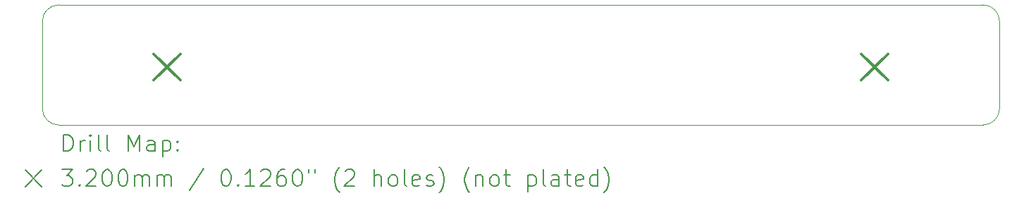
<source format=gbr>
%TF.GenerationSoftware,KiCad,Pcbnew,8.0.6*%
%TF.CreationDate,2024-12-03T13:54:24-05:00*%
%TF.ProjectId,UFC_Function Select,5546435f-4675-46e6-9374-696f6e205365,rev?*%
%TF.SameCoordinates,Original*%
%TF.FileFunction,Drillmap*%
%TF.FilePolarity,Positive*%
%FSLAX45Y45*%
G04 Gerber Fmt 4.5, Leading zero omitted, Abs format (unit mm)*
G04 Created by KiCad (PCBNEW 8.0.6) date 2024-12-03 13:54:24*
%MOMM*%
%LPD*%
G01*
G04 APERTURE LIST*
%ADD10C,0.100000*%
%ADD11C,0.200000*%
%ADD12C,0.320000*%
G04 APERTURE END LIST*
D10*
X9100550Y-9572140D02*
X9100550Y-8522140D01*
X9100550Y-8522140D02*
G75*
G02*
X9300550Y-8322140I200000J0D01*
G01*
X20600550Y-9572140D02*
G75*
G02*
X20400550Y-9772140I-200000J0D01*
G01*
X9300550Y-8322140D02*
X20400550Y-8322140D01*
X20400550Y-9772140D02*
X9300550Y-9772140D01*
X9300550Y-9772140D02*
G75*
G02*
X9100550Y-9572140I0J200000D01*
G01*
X20600550Y-8522140D02*
X20600550Y-9572140D01*
X20400550Y-8322140D02*
G75*
G02*
X20600550Y-8522140I0J-200000D01*
G01*
D11*
D12*
X10440550Y-8912140D02*
X10760550Y-9232140D01*
X10760550Y-8912140D02*
X10440550Y-9232140D01*
X18940550Y-8912140D02*
X19260550Y-9232140D01*
X19260550Y-8912140D02*
X18940550Y-9232140D01*
D11*
X9356327Y-10088624D02*
X9356327Y-9888624D01*
X9356327Y-9888624D02*
X9403946Y-9888624D01*
X9403946Y-9888624D02*
X9432517Y-9898147D01*
X9432517Y-9898147D02*
X9451565Y-9917195D01*
X9451565Y-9917195D02*
X9461089Y-9936243D01*
X9461089Y-9936243D02*
X9470612Y-9974338D01*
X9470612Y-9974338D02*
X9470612Y-10002909D01*
X9470612Y-10002909D02*
X9461089Y-10041005D01*
X9461089Y-10041005D02*
X9451565Y-10060052D01*
X9451565Y-10060052D02*
X9432517Y-10079100D01*
X9432517Y-10079100D02*
X9403946Y-10088624D01*
X9403946Y-10088624D02*
X9356327Y-10088624D01*
X9556327Y-10088624D02*
X9556327Y-9955290D01*
X9556327Y-9993386D02*
X9565850Y-9974338D01*
X9565850Y-9974338D02*
X9575374Y-9964814D01*
X9575374Y-9964814D02*
X9594422Y-9955290D01*
X9594422Y-9955290D02*
X9613470Y-9955290D01*
X9680136Y-10088624D02*
X9680136Y-9955290D01*
X9680136Y-9888624D02*
X9670612Y-9898147D01*
X9670612Y-9898147D02*
X9680136Y-9907671D01*
X9680136Y-9907671D02*
X9689660Y-9898147D01*
X9689660Y-9898147D02*
X9680136Y-9888624D01*
X9680136Y-9888624D02*
X9680136Y-9907671D01*
X9803946Y-10088624D02*
X9784898Y-10079100D01*
X9784898Y-10079100D02*
X9775374Y-10060052D01*
X9775374Y-10060052D02*
X9775374Y-9888624D01*
X9908708Y-10088624D02*
X9889660Y-10079100D01*
X9889660Y-10079100D02*
X9880136Y-10060052D01*
X9880136Y-10060052D02*
X9880136Y-9888624D01*
X10137279Y-10088624D02*
X10137279Y-9888624D01*
X10137279Y-9888624D02*
X10203946Y-10031481D01*
X10203946Y-10031481D02*
X10270612Y-9888624D01*
X10270612Y-9888624D02*
X10270612Y-10088624D01*
X10451565Y-10088624D02*
X10451565Y-9983862D01*
X10451565Y-9983862D02*
X10442041Y-9964814D01*
X10442041Y-9964814D02*
X10422993Y-9955290D01*
X10422993Y-9955290D02*
X10384898Y-9955290D01*
X10384898Y-9955290D02*
X10365850Y-9964814D01*
X10451565Y-10079100D02*
X10432517Y-10088624D01*
X10432517Y-10088624D02*
X10384898Y-10088624D01*
X10384898Y-10088624D02*
X10365850Y-10079100D01*
X10365850Y-10079100D02*
X10356327Y-10060052D01*
X10356327Y-10060052D02*
X10356327Y-10041005D01*
X10356327Y-10041005D02*
X10365850Y-10021957D01*
X10365850Y-10021957D02*
X10384898Y-10012433D01*
X10384898Y-10012433D02*
X10432517Y-10012433D01*
X10432517Y-10012433D02*
X10451565Y-10002909D01*
X10546803Y-9955290D02*
X10546803Y-10155290D01*
X10546803Y-9964814D02*
X10565850Y-9955290D01*
X10565850Y-9955290D02*
X10603946Y-9955290D01*
X10603946Y-9955290D02*
X10622993Y-9964814D01*
X10622993Y-9964814D02*
X10632517Y-9974338D01*
X10632517Y-9974338D02*
X10642041Y-9993386D01*
X10642041Y-9993386D02*
X10642041Y-10050528D01*
X10642041Y-10050528D02*
X10632517Y-10069576D01*
X10632517Y-10069576D02*
X10622993Y-10079100D01*
X10622993Y-10079100D02*
X10603946Y-10088624D01*
X10603946Y-10088624D02*
X10565850Y-10088624D01*
X10565850Y-10088624D02*
X10546803Y-10079100D01*
X10727755Y-10069576D02*
X10737279Y-10079100D01*
X10737279Y-10079100D02*
X10727755Y-10088624D01*
X10727755Y-10088624D02*
X10718231Y-10079100D01*
X10718231Y-10079100D02*
X10727755Y-10069576D01*
X10727755Y-10069576D02*
X10727755Y-10088624D01*
X10727755Y-9964814D02*
X10737279Y-9974338D01*
X10737279Y-9974338D02*
X10727755Y-9983862D01*
X10727755Y-9983862D02*
X10718231Y-9974338D01*
X10718231Y-9974338D02*
X10727755Y-9964814D01*
X10727755Y-9964814D02*
X10727755Y-9983862D01*
X8895550Y-10317140D02*
X9095550Y-10517140D01*
X9095550Y-10317140D02*
X8895550Y-10517140D01*
X9337279Y-10308624D02*
X9461089Y-10308624D01*
X9461089Y-10308624D02*
X9394422Y-10384814D01*
X9394422Y-10384814D02*
X9422993Y-10384814D01*
X9422993Y-10384814D02*
X9442041Y-10394338D01*
X9442041Y-10394338D02*
X9451565Y-10403862D01*
X9451565Y-10403862D02*
X9461089Y-10422909D01*
X9461089Y-10422909D02*
X9461089Y-10470528D01*
X9461089Y-10470528D02*
X9451565Y-10489576D01*
X9451565Y-10489576D02*
X9442041Y-10499100D01*
X9442041Y-10499100D02*
X9422993Y-10508624D01*
X9422993Y-10508624D02*
X9365850Y-10508624D01*
X9365850Y-10508624D02*
X9346803Y-10499100D01*
X9346803Y-10499100D02*
X9337279Y-10489576D01*
X9546803Y-10489576D02*
X9556327Y-10499100D01*
X9556327Y-10499100D02*
X9546803Y-10508624D01*
X9546803Y-10508624D02*
X9537279Y-10499100D01*
X9537279Y-10499100D02*
X9546803Y-10489576D01*
X9546803Y-10489576D02*
X9546803Y-10508624D01*
X9632517Y-10327671D02*
X9642041Y-10318147D01*
X9642041Y-10318147D02*
X9661089Y-10308624D01*
X9661089Y-10308624D02*
X9708708Y-10308624D01*
X9708708Y-10308624D02*
X9727755Y-10318147D01*
X9727755Y-10318147D02*
X9737279Y-10327671D01*
X9737279Y-10327671D02*
X9746803Y-10346719D01*
X9746803Y-10346719D02*
X9746803Y-10365766D01*
X9746803Y-10365766D02*
X9737279Y-10394338D01*
X9737279Y-10394338D02*
X9622993Y-10508624D01*
X9622993Y-10508624D02*
X9746803Y-10508624D01*
X9870612Y-10308624D02*
X9889660Y-10308624D01*
X9889660Y-10308624D02*
X9908708Y-10318147D01*
X9908708Y-10318147D02*
X9918231Y-10327671D01*
X9918231Y-10327671D02*
X9927755Y-10346719D01*
X9927755Y-10346719D02*
X9937279Y-10384814D01*
X9937279Y-10384814D02*
X9937279Y-10432433D01*
X9937279Y-10432433D02*
X9927755Y-10470528D01*
X9927755Y-10470528D02*
X9918231Y-10489576D01*
X9918231Y-10489576D02*
X9908708Y-10499100D01*
X9908708Y-10499100D02*
X9889660Y-10508624D01*
X9889660Y-10508624D02*
X9870612Y-10508624D01*
X9870612Y-10508624D02*
X9851565Y-10499100D01*
X9851565Y-10499100D02*
X9842041Y-10489576D01*
X9842041Y-10489576D02*
X9832517Y-10470528D01*
X9832517Y-10470528D02*
X9822993Y-10432433D01*
X9822993Y-10432433D02*
X9822993Y-10384814D01*
X9822993Y-10384814D02*
X9832517Y-10346719D01*
X9832517Y-10346719D02*
X9842041Y-10327671D01*
X9842041Y-10327671D02*
X9851565Y-10318147D01*
X9851565Y-10318147D02*
X9870612Y-10308624D01*
X10061089Y-10308624D02*
X10080136Y-10308624D01*
X10080136Y-10308624D02*
X10099184Y-10318147D01*
X10099184Y-10318147D02*
X10108708Y-10327671D01*
X10108708Y-10327671D02*
X10118231Y-10346719D01*
X10118231Y-10346719D02*
X10127755Y-10384814D01*
X10127755Y-10384814D02*
X10127755Y-10432433D01*
X10127755Y-10432433D02*
X10118231Y-10470528D01*
X10118231Y-10470528D02*
X10108708Y-10489576D01*
X10108708Y-10489576D02*
X10099184Y-10499100D01*
X10099184Y-10499100D02*
X10080136Y-10508624D01*
X10080136Y-10508624D02*
X10061089Y-10508624D01*
X10061089Y-10508624D02*
X10042041Y-10499100D01*
X10042041Y-10499100D02*
X10032517Y-10489576D01*
X10032517Y-10489576D02*
X10022993Y-10470528D01*
X10022993Y-10470528D02*
X10013470Y-10432433D01*
X10013470Y-10432433D02*
X10013470Y-10384814D01*
X10013470Y-10384814D02*
X10022993Y-10346719D01*
X10022993Y-10346719D02*
X10032517Y-10327671D01*
X10032517Y-10327671D02*
X10042041Y-10318147D01*
X10042041Y-10318147D02*
X10061089Y-10308624D01*
X10213470Y-10508624D02*
X10213470Y-10375290D01*
X10213470Y-10394338D02*
X10222993Y-10384814D01*
X10222993Y-10384814D02*
X10242041Y-10375290D01*
X10242041Y-10375290D02*
X10270612Y-10375290D01*
X10270612Y-10375290D02*
X10289660Y-10384814D01*
X10289660Y-10384814D02*
X10299184Y-10403862D01*
X10299184Y-10403862D02*
X10299184Y-10508624D01*
X10299184Y-10403862D02*
X10308708Y-10384814D01*
X10308708Y-10384814D02*
X10327755Y-10375290D01*
X10327755Y-10375290D02*
X10356327Y-10375290D01*
X10356327Y-10375290D02*
X10375374Y-10384814D01*
X10375374Y-10384814D02*
X10384898Y-10403862D01*
X10384898Y-10403862D02*
X10384898Y-10508624D01*
X10480136Y-10508624D02*
X10480136Y-10375290D01*
X10480136Y-10394338D02*
X10489660Y-10384814D01*
X10489660Y-10384814D02*
X10508708Y-10375290D01*
X10508708Y-10375290D02*
X10537279Y-10375290D01*
X10537279Y-10375290D02*
X10556327Y-10384814D01*
X10556327Y-10384814D02*
X10565851Y-10403862D01*
X10565851Y-10403862D02*
X10565851Y-10508624D01*
X10565851Y-10403862D02*
X10575374Y-10384814D01*
X10575374Y-10384814D02*
X10594422Y-10375290D01*
X10594422Y-10375290D02*
X10622993Y-10375290D01*
X10622993Y-10375290D02*
X10642041Y-10384814D01*
X10642041Y-10384814D02*
X10651565Y-10403862D01*
X10651565Y-10403862D02*
X10651565Y-10508624D01*
X11042041Y-10299100D02*
X10870613Y-10556243D01*
X11299184Y-10308624D02*
X11318232Y-10308624D01*
X11318232Y-10308624D02*
X11337279Y-10318147D01*
X11337279Y-10318147D02*
X11346803Y-10327671D01*
X11346803Y-10327671D02*
X11356327Y-10346719D01*
X11356327Y-10346719D02*
X11365851Y-10384814D01*
X11365851Y-10384814D02*
X11365851Y-10432433D01*
X11365851Y-10432433D02*
X11356327Y-10470528D01*
X11356327Y-10470528D02*
X11346803Y-10489576D01*
X11346803Y-10489576D02*
X11337279Y-10499100D01*
X11337279Y-10499100D02*
X11318232Y-10508624D01*
X11318232Y-10508624D02*
X11299184Y-10508624D01*
X11299184Y-10508624D02*
X11280136Y-10499100D01*
X11280136Y-10499100D02*
X11270612Y-10489576D01*
X11270612Y-10489576D02*
X11261089Y-10470528D01*
X11261089Y-10470528D02*
X11251565Y-10432433D01*
X11251565Y-10432433D02*
X11251565Y-10384814D01*
X11251565Y-10384814D02*
X11261089Y-10346719D01*
X11261089Y-10346719D02*
X11270612Y-10327671D01*
X11270612Y-10327671D02*
X11280136Y-10318147D01*
X11280136Y-10318147D02*
X11299184Y-10308624D01*
X11451565Y-10489576D02*
X11461089Y-10499100D01*
X11461089Y-10499100D02*
X11451565Y-10508624D01*
X11451565Y-10508624D02*
X11442041Y-10499100D01*
X11442041Y-10499100D02*
X11451565Y-10489576D01*
X11451565Y-10489576D02*
X11451565Y-10508624D01*
X11651565Y-10508624D02*
X11537279Y-10508624D01*
X11594422Y-10508624D02*
X11594422Y-10308624D01*
X11594422Y-10308624D02*
X11575374Y-10337195D01*
X11575374Y-10337195D02*
X11556327Y-10356243D01*
X11556327Y-10356243D02*
X11537279Y-10365766D01*
X11727755Y-10327671D02*
X11737279Y-10318147D01*
X11737279Y-10318147D02*
X11756327Y-10308624D01*
X11756327Y-10308624D02*
X11803946Y-10308624D01*
X11803946Y-10308624D02*
X11822993Y-10318147D01*
X11822993Y-10318147D02*
X11832517Y-10327671D01*
X11832517Y-10327671D02*
X11842041Y-10346719D01*
X11842041Y-10346719D02*
X11842041Y-10365766D01*
X11842041Y-10365766D02*
X11832517Y-10394338D01*
X11832517Y-10394338D02*
X11718232Y-10508624D01*
X11718232Y-10508624D02*
X11842041Y-10508624D01*
X12013470Y-10308624D02*
X11975374Y-10308624D01*
X11975374Y-10308624D02*
X11956327Y-10318147D01*
X11956327Y-10318147D02*
X11946803Y-10327671D01*
X11946803Y-10327671D02*
X11927755Y-10356243D01*
X11927755Y-10356243D02*
X11918232Y-10394338D01*
X11918232Y-10394338D02*
X11918232Y-10470528D01*
X11918232Y-10470528D02*
X11927755Y-10489576D01*
X11927755Y-10489576D02*
X11937279Y-10499100D01*
X11937279Y-10499100D02*
X11956327Y-10508624D01*
X11956327Y-10508624D02*
X11994422Y-10508624D01*
X11994422Y-10508624D02*
X12013470Y-10499100D01*
X12013470Y-10499100D02*
X12022993Y-10489576D01*
X12022993Y-10489576D02*
X12032517Y-10470528D01*
X12032517Y-10470528D02*
X12032517Y-10422909D01*
X12032517Y-10422909D02*
X12022993Y-10403862D01*
X12022993Y-10403862D02*
X12013470Y-10394338D01*
X12013470Y-10394338D02*
X11994422Y-10384814D01*
X11994422Y-10384814D02*
X11956327Y-10384814D01*
X11956327Y-10384814D02*
X11937279Y-10394338D01*
X11937279Y-10394338D02*
X11927755Y-10403862D01*
X11927755Y-10403862D02*
X11918232Y-10422909D01*
X12156327Y-10308624D02*
X12175374Y-10308624D01*
X12175374Y-10308624D02*
X12194422Y-10318147D01*
X12194422Y-10318147D02*
X12203946Y-10327671D01*
X12203946Y-10327671D02*
X12213470Y-10346719D01*
X12213470Y-10346719D02*
X12222993Y-10384814D01*
X12222993Y-10384814D02*
X12222993Y-10432433D01*
X12222993Y-10432433D02*
X12213470Y-10470528D01*
X12213470Y-10470528D02*
X12203946Y-10489576D01*
X12203946Y-10489576D02*
X12194422Y-10499100D01*
X12194422Y-10499100D02*
X12175374Y-10508624D01*
X12175374Y-10508624D02*
X12156327Y-10508624D01*
X12156327Y-10508624D02*
X12137279Y-10499100D01*
X12137279Y-10499100D02*
X12127755Y-10489576D01*
X12127755Y-10489576D02*
X12118232Y-10470528D01*
X12118232Y-10470528D02*
X12108708Y-10432433D01*
X12108708Y-10432433D02*
X12108708Y-10384814D01*
X12108708Y-10384814D02*
X12118232Y-10346719D01*
X12118232Y-10346719D02*
X12127755Y-10327671D01*
X12127755Y-10327671D02*
X12137279Y-10318147D01*
X12137279Y-10318147D02*
X12156327Y-10308624D01*
X12299184Y-10308624D02*
X12299184Y-10346719D01*
X12375374Y-10308624D02*
X12375374Y-10346719D01*
X12670613Y-10584814D02*
X12661089Y-10575290D01*
X12661089Y-10575290D02*
X12642041Y-10546719D01*
X12642041Y-10546719D02*
X12632517Y-10527671D01*
X12632517Y-10527671D02*
X12622994Y-10499100D01*
X12622994Y-10499100D02*
X12613470Y-10451481D01*
X12613470Y-10451481D02*
X12613470Y-10413386D01*
X12613470Y-10413386D02*
X12622994Y-10365766D01*
X12622994Y-10365766D02*
X12632517Y-10337195D01*
X12632517Y-10337195D02*
X12642041Y-10318147D01*
X12642041Y-10318147D02*
X12661089Y-10289576D01*
X12661089Y-10289576D02*
X12670613Y-10280052D01*
X12737279Y-10327671D02*
X12746803Y-10318147D01*
X12746803Y-10318147D02*
X12765851Y-10308624D01*
X12765851Y-10308624D02*
X12813470Y-10308624D01*
X12813470Y-10308624D02*
X12832517Y-10318147D01*
X12832517Y-10318147D02*
X12842041Y-10327671D01*
X12842041Y-10327671D02*
X12851565Y-10346719D01*
X12851565Y-10346719D02*
X12851565Y-10365766D01*
X12851565Y-10365766D02*
X12842041Y-10394338D01*
X12842041Y-10394338D02*
X12727755Y-10508624D01*
X12727755Y-10508624D02*
X12851565Y-10508624D01*
X13089660Y-10508624D02*
X13089660Y-10308624D01*
X13175375Y-10508624D02*
X13175375Y-10403862D01*
X13175375Y-10403862D02*
X13165851Y-10384814D01*
X13165851Y-10384814D02*
X13146803Y-10375290D01*
X13146803Y-10375290D02*
X13118232Y-10375290D01*
X13118232Y-10375290D02*
X13099184Y-10384814D01*
X13099184Y-10384814D02*
X13089660Y-10394338D01*
X13299184Y-10508624D02*
X13280136Y-10499100D01*
X13280136Y-10499100D02*
X13270613Y-10489576D01*
X13270613Y-10489576D02*
X13261089Y-10470528D01*
X13261089Y-10470528D02*
X13261089Y-10413386D01*
X13261089Y-10413386D02*
X13270613Y-10394338D01*
X13270613Y-10394338D02*
X13280136Y-10384814D01*
X13280136Y-10384814D02*
X13299184Y-10375290D01*
X13299184Y-10375290D02*
X13327756Y-10375290D01*
X13327756Y-10375290D02*
X13346803Y-10384814D01*
X13346803Y-10384814D02*
X13356327Y-10394338D01*
X13356327Y-10394338D02*
X13365851Y-10413386D01*
X13365851Y-10413386D02*
X13365851Y-10470528D01*
X13365851Y-10470528D02*
X13356327Y-10489576D01*
X13356327Y-10489576D02*
X13346803Y-10499100D01*
X13346803Y-10499100D02*
X13327756Y-10508624D01*
X13327756Y-10508624D02*
X13299184Y-10508624D01*
X13480136Y-10508624D02*
X13461089Y-10499100D01*
X13461089Y-10499100D02*
X13451565Y-10480052D01*
X13451565Y-10480052D02*
X13451565Y-10308624D01*
X13632517Y-10499100D02*
X13613470Y-10508624D01*
X13613470Y-10508624D02*
X13575375Y-10508624D01*
X13575375Y-10508624D02*
X13556327Y-10499100D01*
X13556327Y-10499100D02*
X13546803Y-10480052D01*
X13546803Y-10480052D02*
X13546803Y-10403862D01*
X13546803Y-10403862D02*
X13556327Y-10384814D01*
X13556327Y-10384814D02*
X13575375Y-10375290D01*
X13575375Y-10375290D02*
X13613470Y-10375290D01*
X13613470Y-10375290D02*
X13632517Y-10384814D01*
X13632517Y-10384814D02*
X13642041Y-10403862D01*
X13642041Y-10403862D02*
X13642041Y-10422909D01*
X13642041Y-10422909D02*
X13546803Y-10441957D01*
X13718232Y-10499100D02*
X13737279Y-10508624D01*
X13737279Y-10508624D02*
X13775375Y-10508624D01*
X13775375Y-10508624D02*
X13794422Y-10499100D01*
X13794422Y-10499100D02*
X13803946Y-10480052D01*
X13803946Y-10480052D02*
X13803946Y-10470528D01*
X13803946Y-10470528D02*
X13794422Y-10451481D01*
X13794422Y-10451481D02*
X13775375Y-10441957D01*
X13775375Y-10441957D02*
X13746803Y-10441957D01*
X13746803Y-10441957D02*
X13727756Y-10432433D01*
X13727756Y-10432433D02*
X13718232Y-10413386D01*
X13718232Y-10413386D02*
X13718232Y-10403862D01*
X13718232Y-10403862D02*
X13727756Y-10384814D01*
X13727756Y-10384814D02*
X13746803Y-10375290D01*
X13746803Y-10375290D02*
X13775375Y-10375290D01*
X13775375Y-10375290D02*
X13794422Y-10384814D01*
X13870613Y-10584814D02*
X13880137Y-10575290D01*
X13880137Y-10575290D02*
X13899184Y-10546719D01*
X13899184Y-10546719D02*
X13908708Y-10527671D01*
X13908708Y-10527671D02*
X13918232Y-10499100D01*
X13918232Y-10499100D02*
X13927756Y-10451481D01*
X13927756Y-10451481D02*
X13927756Y-10413386D01*
X13927756Y-10413386D02*
X13918232Y-10365766D01*
X13918232Y-10365766D02*
X13908708Y-10337195D01*
X13908708Y-10337195D02*
X13899184Y-10318147D01*
X13899184Y-10318147D02*
X13880137Y-10289576D01*
X13880137Y-10289576D02*
X13870613Y-10280052D01*
X14232518Y-10584814D02*
X14222994Y-10575290D01*
X14222994Y-10575290D02*
X14203946Y-10546719D01*
X14203946Y-10546719D02*
X14194422Y-10527671D01*
X14194422Y-10527671D02*
X14184898Y-10499100D01*
X14184898Y-10499100D02*
X14175375Y-10451481D01*
X14175375Y-10451481D02*
X14175375Y-10413386D01*
X14175375Y-10413386D02*
X14184898Y-10365766D01*
X14184898Y-10365766D02*
X14194422Y-10337195D01*
X14194422Y-10337195D02*
X14203946Y-10318147D01*
X14203946Y-10318147D02*
X14222994Y-10289576D01*
X14222994Y-10289576D02*
X14232518Y-10280052D01*
X14308708Y-10375290D02*
X14308708Y-10508624D01*
X14308708Y-10394338D02*
X14318232Y-10384814D01*
X14318232Y-10384814D02*
X14337279Y-10375290D01*
X14337279Y-10375290D02*
X14365851Y-10375290D01*
X14365851Y-10375290D02*
X14384898Y-10384814D01*
X14384898Y-10384814D02*
X14394422Y-10403862D01*
X14394422Y-10403862D02*
X14394422Y-10508624D01*
X14518232Y-10508624D02*
X14499184Y-10499100D01*
X14499184Y-10499100D02*
X14489660Y-10489576D01*
X14489660Y-10489576D02*
X14480137Y-10470528D01*
X14480137Y-10470528D02*
X14480137Y-10413386D01*
X14480137Y-10413386D02*
X14489660Y-10394338D01*
X14489660Y-10394338D02*
X14499184Y-10384814D01*
X14499184Y-10384814D02*
X14518232Y-10375290D01*
X14518232Y-10375290D02*
X14546803Y-10375290D01*
X14546803Y-10375290D02*
X14565851Y-10384814D01*
X14565851Y-10384814D02*
X14575375Y-10394338D01*
X14575375Y-10394338D02*
X14584898Y-10413386D01*
X14584898Y-10413386D02*
X14584898Y-10470528D01*
X14584898Y-10470528D02*
X14575375Y-10489576D01*
X14575375Y-10489576D02*
X14565851Y-10499100D01*
X14565851Y-10499100D02*
X14546803Y-10508624D01*
X14546803Y-10508624D02*
X14518232Y-10508624D01*
X14642041Y-10375290D02*
X14718232Y-10375290D01*
X14670613Y-10308624D02*
X14670613Y-10480052D01*
X14670613Y-10480052D02*
X14680137Y-10499100D01*
X14680137Y-10499100D02*
X14699184Y-10508624D01*
X14699184Y-10508624D02*
X14718232Y-10508624D01*
X14937279Y-10375290D02*
X14937279Y-10575290D01*
X14937279Y-10384814D02*
X14956327Y-10375290D01*
X14956327Y-10375290D02*
X14994422Y-10375290D01*
X14994422Y-10375290D02*
X15013470Y-10384814D01*
X15013470Y-10384814D02*
X15022994Y-10394338D01*
X15022994Y-10394338D02*
X15032518Y-10413386D01*
X15032518Y-10413386D02*
X15032518Y-10470528D01*
X15032518Y-10470528D02*
X15022994Y-10489576D01*
X15022994Y-10489576D02*
X15013470Y-10499100D01*
X15013470Y-10499100D02*
X14994422Y-10508624D01*
X14994422Y-10508624D02*
X14956327Y-10508624D01*
X14956327Y-10508624D02*
X14937279Y-10499100D01*
X15146803Y-10508624D02*
X15127756Y-10499100D01*
X15127756Y-10499100D02*
X15118232Y-10480052D01*
X15118232Y-10480052D02*
X15118232Y-10308624D01*
X15308708Y-10508624D02*
X15308708Y-10403862D01*
X15308708Y-10403862D02*
X15299184Y-10384814D01*
X15299184Y-10384814D02*
X15280137Y-10375290D01*
X15280137Y-10375290D02*
X15242041Y-10375290D01*
X15242041Y-10375290D02*
X15222994Y-10384814D01*
X15308708Y-10499100D02*
X15289660Y-10508624D01*
X15289660Y-10508624D02*
X15242041Y-10508624D01*
X15242041Y-10508624D02*
X15222994Y-10499100D01*
X15222994Y-10499100D02*
X15213470Y-10480052D01*
X15213470Y-10480052D02*
X15213470Y-10461005D01*
X15213470Y-10461005D02*
X15222994Y-10441957D01*
X15222994Y-10441957D02*
X15242041Y-10432433D01*
X15242041Y-10432433D02*
X15289660Y-10432433D01*
X15289660Y-10432433D02*
X15308708Y-10422909D01*
X15375375Y-10375290D02*
X15451565Y-10375290D01*
X15403946Y-10308624D02*
X15403946Y-10480052D01*
X15403946Y-10480052D02*
X15413470Y-10499100D01*
X15413470Y-10499100D02*
X15432518Y-10508624D01*
X15432518Y-10508624D02*
X15451565Y-10508624D01*
X15594422Y-10499100D02*
X15575375Y-10508624D01*
X15575375Y-10508624D02*
X15537279Y-10508624D01*
X15537279Y-10508624D02*
X15518232Y-10499100D01*
X15518232Y-10499100D02*
X15508708Y-10480052D01*
X15508708Y-10480052D02*
X15508708Y-10403862D01*
X15508708Y-10403862D02*
X15518232Y-10384814D01*
X15518232Y-10384814D02*
X15537279Y-10375290D01*
X15537279Y-10375290D02*
X15575375Y-10375290D01*
X15575375Y-10375290D02*
X15594422Y-10384814D01*
X15594422Y-10384814D02*
X15603946Y-10403862D01*
X15603946Y-10403862D02*
X15603946Y-10422909D01*
X15603946Y-10422909D02*
X15508708Y-10441957D01*
X15775375Y-10508624D02*
X15775375Y-10308624D01*
X15775375Y-10499100D02*
X15756327Y-10508624D01*
X15756327Y-10508624D02*
X15718232Y-10508624D01*
X15718232Y-10508624D02*
X15699184Y-10499100D01*
X15699184Y-10499100D02*
X15689660Y-10489576D01*
X15689660Y-10489576D02*
X15680137Y-10470528D01*
X15680137Y-10470528D02*
X15680137Y-10413386D01*
X15680137Y-10413386D02*
X15689660Y-10394338D01*
X15689660Y-10394338D02*
X15699184Y-10384814D01*
X15699184Y-10384814D02*
X15718232Y-10375290D01*
X15718232Y-10375290D02*
X15756327Y-10375290D01*
X15756327Y-10375290D02*
X15775375Y-10384814D01*
X15851565Y-10584814D02*
X15861089Y-10575290D01*
X15861089Y-10575290D02*
X15880137Y-10546719D01*
X15880137Y-10546719D02*
X15889660Y-10527671D01*
X15889660Y-10527671D02*
X15899184Y-10499100D01*
X15899184Y-10499100D02*
X15908708Y-10451481D01*
X15908708Y-10451481D02*
X15908708Y-10413386D01*
X15908708Y-10413386D02*
X15899184Y-10365766D01*
X15899184Y-10365766D02*
X15889660Y-10337195D01*
X15889660Y-10337195D02*
X15880137Y-10318147D01*
X15880137Y-10318147D02*
X15861089Y-10289576D01*
X15861089Y-10289576D02*
X15851565Y-10280052D01*
M02*

</source>
